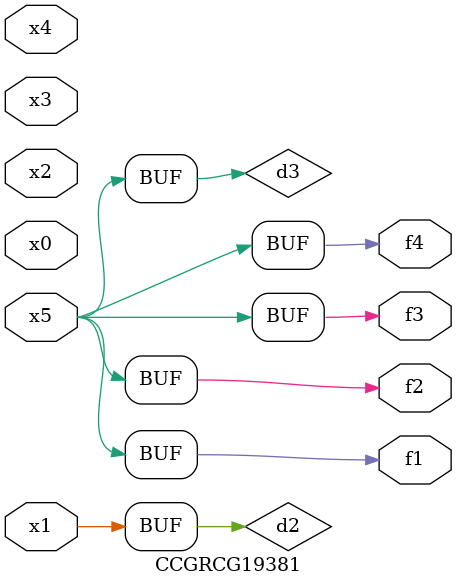
<source format=v>
module CCGRCG19381(
	input x0, x1, x2, x3, x4, x5,
	output f1, f2, f3, f4
);

	wire d1, d2, d3;

	not (d1, x5);
	or (d2, x1);
	xnor (d3, d1);
	assign f1 = d3;
	assign f2 = d3;
	assign f3 = d3;
	assign f4 = d3;
endmodule

</source>
